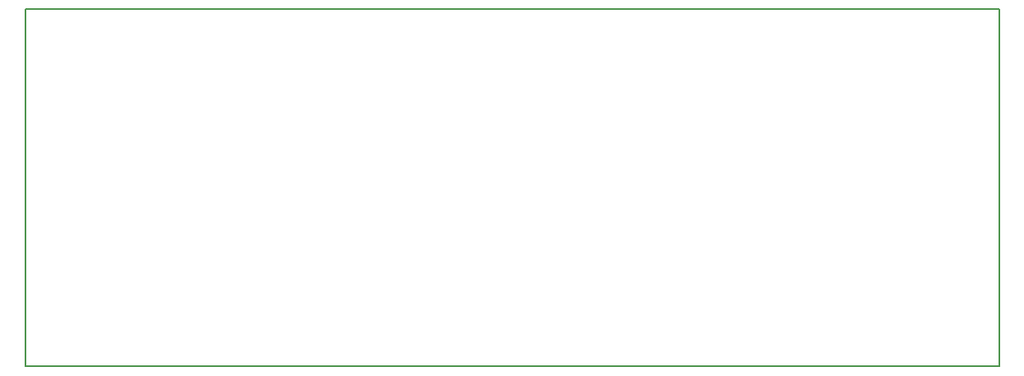
<source format=gbr>
G04 (created by PCBNEW (2013-jul-07)-stable) date wo 25 sep 2013 09:33:20 CEST*
%MOIN*%
G04 Gerber Fmt 3.4, Leading zero omitted, Abs format*
%FSLAX34Y34*%
G01*
G70*
G90*
G04 APERTURE LIST*
%ADD10C,0.00590551*%
G04 APERTURE END LIST*
G54D10*
X56000Y-16500D02*
X52000Y-16500D01*
X52000Y-31000D02*
X56000Y-31000D01*
X16500Y-16500D02*
X52000Y-16500D01*
X16500Y-17000D02*
X16500Y-16500D01*
X16500Y-31000D02*
X16500Y-17000D01*
X52000Y-31000D02*
X16500Y-31000D01*
X56000Y-16500D02*
X56000Y-31000D01*
M02*

</source>
